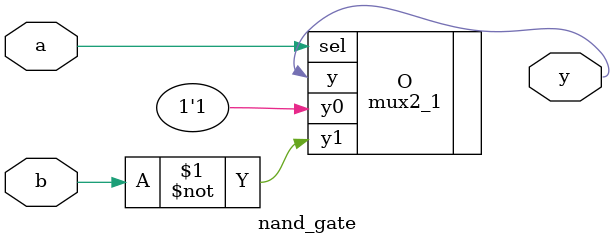
<source format=v>
`timescale 1ns / 1ps

module nand_gate(input a, b, output y);
    mux2_1 O(
        .sel(a), 
        .y0(1'b1), 
        .y1(~b), 
        .y(y)
    );
endmodule
</source>
